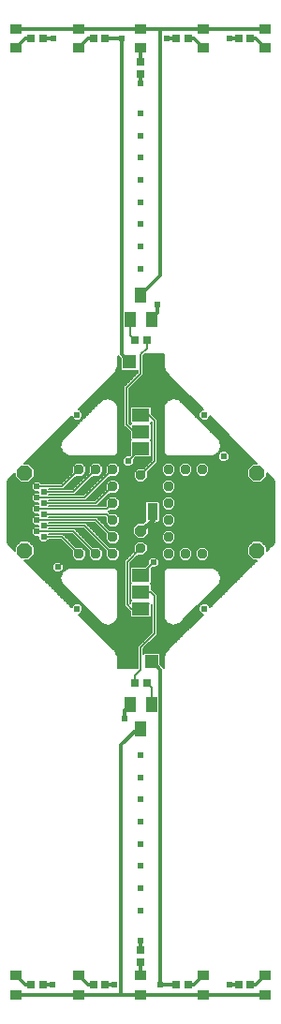
<source format=gtl>
G75*
%MOIN*%
%OFA0B0*%
%FSLAX24Y24*%
%IPPOS*%
%LPD*%
%AMOC8*
5,1,8,0,0,1.08239X$1,22.5*
%
%ADD10R,0.0270X0.0300*%
%ADD11R,0.0420X0.0350*%
%ADD12R,0.0394X0.0551*%
%ADD13R,0.0630X0.0591*%
%ADD14R,0.0472X0.0472*%
%ADD15R,0.0630X0.0460*%
%ADD16OC8,0.0337*%
%ADD17OC8,0.0531*%
%ADD18OC8,0.0416*%
%ADD19R,0.0380X0.0600*%
%ADD20R,0.0300X0.0270*%
%ADD21C,0.0240*%
%ADD22C,0.0120*%
%ADD23C,0.0160*%
%ADD24C,0.0050*%
%ADD25C,0.0100*%
D10*
X001292Y001208D03*
X001712Y001208D03*
X003507Y001208D03*
X003927Y001208D03*
X006459Y001208D03*
X006879Y001208D03*
X008674Y001208D03*
X009094Y001208D03*
X005403Y011936D03*
X004983Y011936D03*
X004983Y024141D03*
X005403Y024141D03*
X006459Y034869D03*
X006879Y034869D03*
X008674Y034869D03*
X009094Y034869D03*
X003927Y034869D03*
X003507Y034869D03*
X001712Y034869D03*
X001292Y034869D03*
D11*
X000764Y000860D03*
X000764Y001540D03*
X002979Y001540D03*
X002979Y000860D03*
X005193Y000860D03*
X005193Y001540D03*
X007408Y001540D03*
X007408Y000860D03*
X009622Y000860D03*
X009622Y001540D03*
X009622Y034537D03*
X009622Y035217D03*
X007408Y035217D03*
X007408Y034537D03*
X005193Y034537D03*
X005193Y035217D03*
X002979Y035217D03*
X002979Y034537D03*
X000764Y034537D03*
X000764Y035217D03*
D12*
X004819Y024889D03*
X005193Y025755D03*
X005567Y024889D03*
X005567Y011188D03*
X005193Y010322D03*
X004819Y011188D03*
D13*
X005193Y013983D03*
X005193Y022094D03*
D14*
X004799Y023373D03*
X005587Y023373D03*
X005587Y012704D03*
X004799Y012704D03*
D15*
X005193Y014584D03*
X005193Y015184D03*
X005193Y015784D03*
X005193Y020293D03*
X005193Y020893D03*
X005193Y021493D03*
D16*
X005193Y019338D03*
X005193Y016738D03*
X004199Y016538D03*
X004199Y017138D03*
X004199Y017738D03*
X004199Y018338D03*
X004199Y018938D03*
X004199Y019538D03*
X003599Y019538D03*
X002999Y019538D03*
X002999Y016538D03*
X003599Y016538D03*
X006187Y016538D03*
X006187Y017138D03*
X006187Y017738D03*
X006187Y018338D03*
X006187Y018938D03*
X006187Y019538D03*
X006787Y019538D03*
X007387Y019538D03*
X007387Y016538D03*
X006787Y016538D03*
D17*
X009327Y016660D03*
X009327Y019416D03*
X001059Y019416D03*
X001059Y016660D03*
D18*
X005193Y017351D03*
X005193Y018726D03*
D19*
X004783Y018038D03*
X005603Y018038D03*
D20*
X005193Y002451D03*
X005193Y002031D03*
X005193Y033626D03*
X005193Y034046D03*
D21*
X005193Y033294D03*
X005193Y032212D03*
X005193Y031424D03*
X005193Y030637D03*
X005193Y029849D03*
X005193Y029062D03*
X005193Y028275D03*
X005193Y027487D03*
X005193Y026700D03*
X005793Y025432D03*
X007457Y021483D03*
X008146Y020007D03*
X008688Y017134D03*
X007457Y014594D03*
X005646Y016237D03*
X004740Y019840D03*
X002929Y021483D03*
X001746Y018738D03*
X001746Y018338D03*
X001745Y017940D03*
X001746Y017538D03*
X001746Y017138D03*
X001496Y017338D03*
X001496Y017738D03*
X001496Y018138D03*
X001496Y018538D03*
X001496Y018938D03*
X002388Y016740D03*
X002240Y016070D03*
X002929Y014594D03*
X004612Y010668D03*
X005193Y009377D03*
X005193Y008590D03*
X005193Y007802D03*
X005193Y007015D03*
X005193Y006227D03*
X005193Y005440D03*
X005193Y004653D03*
X005193Y003865D03*
X005193Y002782D03*
X005882Y001208D03*
X004258Y001208D03*
X002044Y001208D03*
X008343Y001208D03*
X008343Y034869D03*
X006128Y034869D03*
X004504Y034869D03*
X002093Y034869D03*
D22*
X001712Y034869D01*
X001292Y034869D02*
X001096Y034869D01*
X000764Y034537D01*
X000764Y035217D02*
X002979Y035217D01*
X005193Y035217D01*
X005893Y035217D01*
X007408Y035217D01*
X009622Y035217D01*
X009290Y034869D02*
X009622Y034537D01*
X009290Y034869D02*
X009094Y034869D01*
X008674Y034869D02*
X008343Y034869D01*
X007408Y034537D02*
X007076Y034869D01*
X006879Y034869D01*
X006459Y034869D02*
X006128Y034869D01*
X005882Y035206D02*
X005882Y026444D01*
X005193Y025755D01*
X005793Y025115D02*
X005567Y024889D01*
X005793Y025115D02*
X005793Y025432D01*
X004504Y023649D02*
X004799Y023353D01*
X004504Y023649D02*
X004504Y034838D01*
X004504Y034869D02*
X003927Y034869D01*
X003507Y034869D02*
X003311Y034869D01*
X002979Y034537D01*
X005193Y034537D02*
X005193Y034046D01*
X005193Y033626D02*
X005193Y033294D01*
X005606Y012704D02*
X005882Y012428D01*
X005882Y001208D01*
X006459Y001208D01*
X006879Y001208D02*
X007076Y001208D01*
X007408Y001540D01*
X007408Y000860D02*
X009622Y000860D01*
X009290Y001208D02*
X009622Y001540D01*
X009290Y001208D02*
X009094Y001208D01*
X008674Y001208D02*
X008343Y001208D01*
X007408Y000860D02*
X005193Y000860D01*
X004493Y000860D01*
X002979Y000860D01*
X000764Y000860D01*
X001096Y001208D02*
X000764Y001540D01*
X001096Y001208D02*
X001292Y001208D01*
X001712Y001208D02*
X002044Y001208D01*
X002979Y001540D02*
X003311Y001208D01*
X003507Y001208D01*
X003927Y001208D02*
X004258Y001208D01*
X004493Y000860D02*
X004493Y009738D01*
X005077Y010322D01*
X004612Y010981D02*
X004819Y011188D01*
X004612Y010981D02*
X004612Y010668D01*
X005193Y002782D02*
X005193Y002451D01*
X005193Y002031D02*
X005193Y001540D01*
D23*
X005193Y017351D02*
X005603Y017761D01*
X005603Y018038D01*
X005193Y018432D02*
X004799Y018038D01*
X005193Y018432D02*
X005193Y018726D01*
D24*
X005382Y018413D02*
X005338Y018369D01*
X005338Y017715D01*
X005257Y017634D01*
X005076Y017634D01*
X004910Y017468D01*
X004910Y017234D01*
X005076Y017068D01*
X005310Y017068D01*
X005476Y017234D01*
X005476Y017415D01*
X005725Y017663D01*
X005824Y017663D01*
X005868Y017707D01*
X005868Y018369D01*
X005824Y018413D01*
X005382Y018413D01*
X005347Y018378D02*
X004443Y018378D01*
X004443Y018426D02*
X005943Y018426D01*
X005943Y018439D02*
X005943Y018238D01*
X006086Y018095D01*
X006288Y018095D01*
X006430Y018238D01*
X006430Y018439D01*
X006288Y018582D01*
X006086Y018582D01*
X005943Y018439D01*
X005979Y018475D02*
X004407Y018475D01*
X004443Y018439D02*
X004300Y018582D01*
X004099Y018582D01*
X003956Y018439D01*
X003956Y018238D01*
X001922Y018238D01*
X001922Y018238D01*
X003641Y018238D01*
X004098Y018696D01*
X004099Y018695D01*
X004300Y018695D01*
X004443Y018838D01*
X004443Y019039D01*
X004300Y019182D01*
X004099Y019182D01*
X003956Y019039D01*
X003956Y018838D01*
X003957Y018837D01*
X003558Y018438D01*
X001922Y018438D01*
X001922Y018438D01*
X003241Y018438D01*
X004098Y019296D01*
X004099Y019295D01*
X004300Y019295D01*
X004443Y019438D01*
X004443Y019639D01*
X005352Y019639D01*
X005304Y019590D02*
X004443Y019590D01*
X004443Y019542D02*
X005052Y019542D01*
X005092Y019582D02*
X004950Y019439D01*
X004950Y019238D01*
X005092Y019095D01*
X005294Y019095D01*
X005437Y019238D01*
X005437Y019439D01*
X005436Y019440D01*
X005735Y019738D01*
X005793Y019797D01*
X005793Y021330D01*
X005593Y021530D01*
X005583Y021540D01*
X005583Y021754D01*
X005539Y021798D01*
X004847Y021798D01*
X004803Y021754D01*
X004803Y021232D01*
X004842Y021193D01*
X004811Y021162D01*
X004793Y021180D01*
X004793Y022418D01*
X005293Y022918D01*
X005293Y023607D01*
X005334Y023648D01*
X006002Y023647D01*
X006002Y023206D01*
X006089Y022997D01*
X006118Y022969D01*
X006169Y022917D01*
X006220Y022866D01*
X007408Y021678D01*
X007376Y021678D01*
X007262Y021564D01*
X007262Y021402D01*
X007376Y021288D01*
X007538Y021288D01*
X007652Y021402D01*
X007652Y021434D01*
X009329Y019757D01*
X009186Y019757D01*
X008986Y019557D01*
X008986Y019275D01*
X009186Y019076D01*
X009468Y019076D01*
X009668Y019275D01*
X009668Y019419D01*
X009875Y019211D01*
X009903Y019178D01*
X009935Y019099D01*
X009939Y019056D01*
X009939Y017020D01*
X006413Y017020D01*
X006430Y017038D02*
X006288Y016895D01*
X006086Y016895D01*
X005943Y017038D01*
X005943Y017239D01*
X006086Y017382D01*
X006288Y017382D01*
X006430Y017239D01*
X006430Y017038D01*
X006430Y017068D02*
X009939Y017068D01*
X009939Y017020D02*
X009935Y016978D01*
X009903Y016899D01*
X009875Y016866D01*
X009824Y016814D01*
X009668Y016658D01*
X009668Y016802D01*
X009468Y017001D01*
X009186Y017001D01*
X008986Y016802D01*
X008986Y016519D01*
X009186Y016320D01*
X009329Y016320D01*
X007652Y014642D01*
X007652Y014674D01*
X007538Y014789D01*
X007376Y014789D01*
X007262Y014674D01*
X007262Y014513D01*
X007376Y014399D01*
X007408Y014399D01*
X006220Y013211D01*
X006169Y013159D01*
X006089Y013079D01*
X006002Y012870D01*
X006002Y012499D01*
X005938Y012563D01*
X005898Y012603D01*
X005898Y012971D01*
X005854Y013015D01*
X005320Y013015D01*
X005293Y012989D01*
X005293Y013174D01*
X005785Y013666D01*
X005785Y015078D01*
X005727Y015136D01*
X005583Y015280D01*
X005583Y015445D01*
X005544Y015484D01*
X005583Y015523D01*
X005583Y016033D01*
X005592Y016042D01*
X005727Y016042D01*
X005841Y016156D01*
X005841Y016318D01*
X005727Y016432D01*
X005565Y016432D01*
X005451Y016318D01*
X005451Y016183D01*
X005357Y016089D01*
X004847Y016089D01*
X004803Y016045D01*
X004803Y015523D01*
X004842Y015484D01*
X004803Y015445D01*
X004803Y014923D01*
X004842Y014884D01*
X004803Y014845D01*
X004803Y014780D01*
X004801Y014783D01*
X004801Y016205D01*
X005092Y016496D01*
X005092Y016495D01*
X005294Y016495D01*
X005437Y016638D01*
X005437Y016839D01*
X005294Y016982D01*
X005092Y016982D01*
X004950Y016839D01*
X004950Y016638D01*
X004950Y016637D01*
X004660Y016346D01*
X004601Y016288D01*
X004601Y014700D01*
X004749Y014552D01*
X004803Y014498D01*
X004384Y014498D01*
X004384Y014546D02*
X004754Y014546D01*
X004706Y014595D02*
X004384Y014595D01*
X004384Y014643D02*
X004657Y014643D01*
X004609Y014692D02*
X004384Y014692D01*
X004384Y014740D02*
X004601Y014740D01*
X004601Y014789D02*
X004384Y014789D01*
X004384Y014837D02*
X004601Y014837D01*
X004601Y014886D02*
X004384Y014886D01*
X004384Y014934D02*
X004601Y014934D01*
X004601Y014983D02*
X004384Y014983D01*
X004384Y015031D02*
X004601Y015031D01*
X004601Y015080D02*
X004384Y015080D01*
X004384Y015128D02*
X004601Y015128D01*
X004601Y015177D02*
X004384Y015177D01*
X004384Y015225D02*
X004601Y015225D01*
X004601Y015274D02*
X004384Y015274D01*
X004384Y015322D02*
X004601Y015322D01*
X004601Y015371D02*
X004384Y015371D01*
X004384Y015419D02*
X004601Y015419D01*
X004601Y015468D02*
X004384Y015468D01*
X004384Y015516D02*
X004601Y015516D01*
X004601Y015565D02*
X004384Y015565D01*
X004384Y015613D02*
X004601Y015613D01*
X004601Y015662D02*
X004384Y015662D01*
X004384Y015710D02*
X004601Y015710D01*
X004601Y015759D02*
X004384Y015759D01*
X004384Y015807D02*
X004601Y015807D01*
X004601Y015856D02*
X004384Y015856D01*
X004384Y015904D02*
X004601Y015904D01*
X004601Y015953D02*
X004376Y015953D01*
X004384Y015946D02*
X004281Y016048D01*
X002643Y016048D01*
X002603Y016048D01*
X002603Y016048D01*
X002415Y015923D01*
X002415Y015923D01*
X002415Y015923D01*
X002329Y015714D01*
X002373Y015493D01*
X002453Y015413D01*
X002504Y015362D01*
X003698Y014168D01*
X003749Y014117D01*
X003829Y014037D01*
X004050Y013993D01*
X004259Y014079D01*
X004384Y014267D01*
X004384Y015946D01*
X004328Y016001D02*
X004601Y016001D01*
X004601Y016050D02*
X002435Y016050D01*
X002435Y016098D02*
X004601Y016098D01*
X004601Y016147D02*
X002435Y016147D01*
X002435Y016151D02*
X002321Y016265D01*
X002160Y016265D01*
X002045Y016151D01*
X002045Y015989D01*
X002160Y015875D01*
X002321Y015875D01*
X002435Y015989D01*
X002435Y016151D01*
X002391Y016195D02*
X004601Y016195D01*
X004601Y016244D02*
X002342Y016244D01*
X002435Y016001D02*
X002533Y016001D01*
X002460Y015953D02*
X002399Y015953D01*
X002408Y015904D02*
X002351Y015904D01*
X002388Y015856D02*
X001521Y015856D01*
X001569Y015807D02*
X002367Y015807D01*
X002347Y015759D02*
X001618Y015759D01*
X001666Y015710D02*
X002330Y015710D01*
X002329Y015714D02*
X002329Y015714D01*
X002339Y015662D02*
X001715Y015662D01*
X001763Y015613D02*
X002349Y015613D01*
X002359Y015565D02*
X001812Y015565D01*
X001860Y015516D02*
X002368Y015516D01*
X002373Y015493D02*
X002373Y015493D01*
X002398Y015468D02*
X001909Y015468D01*
X001957Y015419D02*
X002447Y015419D01*
X002453Y015413D02*
X002453Y015413D01*
X002495Y015371D02*
X002006Y015371D01*
X002054Y015322D02*
X002544Y015322D01*
X002504Y015362D02*
X002504Y015362D01*
X002592Y015274D02*
X002103Y015274D01*
X002151Y015225D02*
X002641Y015225D01*
X002689Y015177D02*
X002200Y015177D01*
X002248Y015128D02*
X002738Y015128D01*
X002786Y015080D02*
X002297Y015080D01*
X002345Y015031D02*
X002835Y015031D01*
X002883Y014983D02*
X002394Y014983D01*
X002442Y014934D02*
X002932Y014934D01*
X002980Y014886D02*
X002491Y014886D01*
X002539Y014837D02*
X003029Y014837D01*
X003010Y014789D02*
X002849Y014789D01*
X002734Y014674D01*
X002734Y014642D01*
X001057Y016320D01*
X001200Y016320D01*
X001400Y016519D01*
X001400Y016802D01*
X001200Y017001D01*
X000918Y017001D01*
X000719Y016802D01*
X000719Y016658D01*
X000511Y016866D01*
X000484Y016899D01*
X000451Y016978D01*
X000447Y017020D01*
X001589Y017020D01*
X001551Y017058D02*
X001665Y016943D01*
X001827Y016943D01*
X001922Y017038D01*
X002358Y017038D01*
X002757Y016640D01*
X002756Y016639D01*
X002756Y016438D01*
X001319Y016438D01*
X001367Y016486D02*
X002756Y016486D01*
X002756Y016438D02*
X002899Y016295D01*
X003100Y016295D01*
X003243Y016438D01*
X003356Y016438D01*
X003499Y016295D01*
X003700Y016295D01*
X003843Y016438D01*
X003956Y016438D01*
X004099Y016295D01*
X004300Y016295D01*
X004443Y016438D01*
X004751Y016438D01*
X004703Y016389D02*
X004395Y016389D01*
X004443Y016438D02*
X004443Y016639D01*
X004300Y016782D01*
X004099Y016782D01*
X004098Y016781D01*
X003241Y017638D01*
X001922Y017638D01*
X001922Y017638D01*
X003558Y017638D01*
X003957Y017240D01*
X003956Y017239D01*
X003956Y017038D01*
X004099Y016895D01*
X004300Y016895D01*
X004443Y017038D01*
X004443Y017239D01*
X004300Y017382D01*
X004099Y017382D01*
X004098Y017381D01*
X003641Y017838D01*
X001919Y017838D01*
X001920Y017840D01*
X003956Y017840D01*
X003957Y017840D01*
X003956Y017839D01*
X003956Y017638D01*
X004099Y017495D01*
X004300Y017495D01*
X004443Y017638D01*
X004443Y017839D01*
X004300Y017982D01*
X004099Y017982D01*
X004098Y017981D01*
X004041Y018038D01*
X005338Y018038D01*
X005338Y017990D02*
X004089Y017990D01*
X004041Y018038D02*
X004098Y018096D01*
X004099Y018095D01*
X004300Y018095D01*
X004443Y018238D01*
X004443Y018439D01*
X004443Y018329D02*
X005338Y018329D01*
X005338Y018281D02*
X004443Y018281D01*
X004438Y018232D02*
X005338Y018232D01*
X005338Y018184D02*
X004389Y018184D01*
X004341Y018135D02*
X005338Y018135D01*
X005338Y018087D02*
X004089Y018087D01*
X004041Y018038D02*
X004041Y018038D01*
X003998Y017940D02*
X004199Y017738D01*
X004359Y017553D02*
X004996Y017553D01*
X005044Y017602D02*
X004407Y017602D01*
X004443Y017650D02*
X005273Y017650D01*
X005322Y017699D02*
X004443Y017699D01*
X004443Y017747D02*
X005338Y017747D01*
X005338Y017796D02*
X004443Y017796D01*
X004438Y017844D02*
X005338Y017844D01*
X005338Y017893D02*
X004389Y017893D01*
X004341Y017941D02*
X005338Y017941D01*
X005518Y017456D02*
X009939Y017456D01*
X009939Y017408D02*
X005476Y017408D01*
X005476Y017359D02*
X006064Y017359D01*
X006015Y017311D02*
X005476Y017311D01*
X005476Y017262D02*
X005967Y017262D01*
X005943Y017214D02*
X005456Y017214D01*
X005407Y017165D02*
X005943Y017165D01*
X005943Y017117D02*
X005359Y017117D01*
X005310Y017068D02*
X005943Y017068D01*
X005961Y017020D02*
X004425Y017020D01*
X004443Y017068D02*
X005076Y017068D01*
X005027Y017117D02*
X004443Y017117D01*
X004443Y017165D02*
X004979Y017165D01*
X004930Y017214D02*
X004443Y017214D01*
X004420Y017262D02*
X004910Y017262D01*
X004910Y017311D02*
X004371Y017311D01*
X004323Y017359D02*
X004910Y017359D01*
X004910Y017408D02*
X004071Y017408D01*
X004023Y017456D02*
X004910Y017456D01*
X004947Y017505D02*
X004310Y017505D01*
X004199Y017138D02*
X003599Y017738D01*
X001496Y017738D01*
X001375Y017893D02*
X000447Y017893D01*
X000447Y017941D02*
X001550Y017941D01*
X001550Y017943D02*
X001550Y017933D01*
X001415Y017933D01*
X001301Y017819D01*
X001301Y017658D01*
X001415Y017543D01*
X001551Y017543D01*
X001551Y017533D01*
X001415Y017533D01*
X001301Y017419D01*
X001301Y017258D01*
X001415Y017143D01*
X001551Y017143D01*
X001551Y017058D01*
X001551Y017068D02*
X000447Y017068D01*
X000447Y017020D02*
X000447Y019056D01*
X000451Y019099D01*
X000484Y019178D01*
X000511Y019211D01*
X000562Y019262D01*
X000562Y019262D01*
X000719Y019419D01*
X000719Y019275D01*
X000918Y019076D01*
X001200Y019076D01*
X001400Y019275D01*
X001400Y019557D01*
X001200Y019757D01*
X001057Y019757D01*
X002734Y021434D01*
X002734Y021402D01*
X002849Y021288D01*
X003010Y021288D01*
X003124Y021402D01*
X003124Y021564D01*
X003010Y021678D01*
X002978Y021678D01*
X004166Y022866D01*
X004217Y022917D01*
X004297Y022997D01*
X004297Y022997D01*
X004384Y023206D01*
X004384Y023578D01*
X004448Y023514D01*
X004488Y023474D01*
X004488Y023106D01*
X004532Y023062D01*
X005067Y023062D01*
X005093Y023088D01*
X005093Y023001D01*
X004593Y022501D01*
X004593Y021097D01*
X004652Y021038D01*
X004803Y020887D01*
X004803Y020632D01*
X004842Y020593D01*
X004803Y020554D01*
X004803Y020044D01*
X004794Y020035D01*
X004660Y020035D01*
X004545Y019921D01*
X004545Y019759D01*
X004660Y019645D01*
X004821Y019645D01*
X004935Y019759D01*
X004935Y019894D01*
X005030Y019988D01*
X005539Y019988D01*
X005583Y020032D01*
X005583Y020554D01*
X005544Y020593D01*
X005583Y020632D01*
X005583Y021154D01*
X005544Y021193D01*
X005583Y021232D01*
X005583Y021257D01*
X005593Y021247D01*
X005593Y019880D01*
X005295Y019581D01*
X005294Y019582D01*
X005092Y019582D01*
X005004Y019493D02*
X004443Y019493D01*
X004443Y019445D02*
X004955Y019445D01*
X004950Y019396D02*
X004402Y019396D01*
X004353Y019348D02*
X004950Y019348D01*
X004950Y019299D02*
X004305Y019299D01*
X004328Y019154D02*
X005033Y019154D01*
X004985Y019202D02*
X004005Y019202D01*
X003956Y019154D02*
X004071Y019154D01*
X004022Y019105D02*
X003908Y019105D01*
X003859Y019057D02*
X003974Y019057D01*
X003956Y019008D02*
X003811Y019008D01*
X003762Y018960D02*
X003956Y018960D01*
X003956Y018911D02*
X003714Y018911D01*
X003665Y018863D02*
X003956Y018863D01*
X003934Y018814D02*
X003617Y018814D01*
X003568Y018766D02*
X003885Y018766D01*
X003837Y018717D02*
X003520Y018717D01*
X003471Y018669D02*
X003788Y018669D01*
X003740Y018620D02*
X003423Y018620D01*
X003374Y018572D02*
X003691Y018572D01*
X003643Y018523D02*
X003326Y018523D01*
X003277Y018475D02*
X003594Y018475D01*
X003599Y018338D02*
X004199Y018938D01*
X004371Y018766D02*
X006015Y018766D01*
X005967Y018814D02*
X004420Y018814D01*
X004443Y018863D02*
X005943Y018863D01*
X005943Y018838D02*
X006086Y018695D01*
X006288Y018695D01*
X006430Y018838D01*
X006430Y019039D01*
X006288Y019182D01*
X006086Y019182D01*
X005943Y019039D01*
X005943Y018838D01*
X005943Y018911D02*
X004443Y018911D01*
X004443Y018960D02*
X005943Y018960D01*
X005943Y019008D02*
X004443Y019008D01*
X004425Y019057D02*
X005961Y019057D01*
X006010Y019105D02*
X005304Y019105D01*
X005353Y019154D02*
X006058Y019154D01*
X006086Y019295D02*
X005943Y019438D01*
X005943Y019639D01*
X005635Y019639D01*
X005684Y019687D02*
X005992Y019687D01*
X005943Y019639D02*
X006086Y019782D01*
X006288Y019782D01*
X006430Y019639D01*
X006543Y019639D01*
X006543Y019438D01*
X006686Y019295D01*
X006888Y019295D01*
X007030Y019438D01*
X007030Y019639D01*
X007143Y019639D01*
X007143Y019438D01*
X007286Y019295D01*
X007488Y019295D01*
X007630Y019438D01*
X007630Y019639D01*
X009068Y019639D01*
X009116Y019687D02*
X007582Y019687D01*
X007630Y019639D02*
X007488Y019782D01*
X007286Y019782D01*
X007143Y019639D01*
X007143Y019590D02*
X007030Y019590D01*
X007030Y019542D02*
X007143Y019542D01*
X007143Y019493D02*
X007030Y019493D01*
X007030Y019445D02*
X007143Y019445D01*
X007185Y019396D02*
X006989Y019396D01*
X006941Y019348D02*
X007233Y019348D01*
X007282Y019299D02*
X006892Y019299D01*
X007030Y019639D02*
X006888Y019782D01*
X006686Y019782D01*
X006543Y019639D01*
X006543Y019590D02*
X006430Y019590D01*
X006430Y019542D02*
X006543Y019542D01*
X006543Y019493D02*
X006430Y019493D01*
X006430Y019445D02*
X006543Y019445D01*
X006585Y019396D02*
X006389Y019396D01*
X006430Y019438D02*
X006430Y019639D01*
X006382Y019687D02*
X006592Y019687D01*
X006640Y019736D02*
X006334Y019736D01*
X006250Y020029D02*
X007598Y020029D01*
X007783Y020029D01*
X007971Y020154D01*
X007971Y020154D01*
X007971Y020154D01*
X008057Y020363D01*
X008013Y020584D01*
X007985Y020612D01*
X007985Y020612D01*
X006688Y021909D01*
X006678Y021919D01*
X006586Y022011D01*
X006557Y022040D01*
X006336Y022084D01*
X006128Y021997D01*
X006002Y021810D01*
X006002Y020131D01*
X006105Y020029D01*
X006250Y020029D01*
X006058Y020075D02*
X005793Y020075D01*
X005793Y020027D02*
X007951Y020027D01*
X007951Y020075D02*
X007853Y020075D01*
X007926Y020124D02*
X007987Y020124D01*
X007979Y020172D02*
X008036Y020172D01*
X008065Y020202D02*
X007951Y020088D01*
X007951Y019926D01*
X008065Y019812D01*
X008227Y019812D01*
X008341Y019926D01*
X008341Y020088D01*
X008227Y020202D01*
X008065Y020202D01*
X007999Y020221D02*
X008865Y020221D01*
X008817Y020269D02*
X008019Y020269D01*
X008039Y020318D02*
X008768Y020318D01*
X008720Y020366D02*
X008057Y020366D01*
X008057Y020363D02*
X008057Y020363D01*
X008047Y020415D02*
X008671Y020415D01*
X008623Y020463D02*
X008037Y020463D01*
X008028Y020512D02*
X008574Y020512D01*
X008526Y020560D02*
X008018Y020560D01*
X008013Y020584D02*
X008013Y020584D01*
X007988Y020609D02*
X008477Y020609D01*
X008429Y020657D02*
X007940Y020657D01*
X007891Y020706D02*
X008380Y020706D01*
X008332Y020754D02*
X007843Y020754D01*
X007794Y020803D02*
X008283Y020803D01*
X008235Y020851D02*
X007746Y020851D01*
X007697Y020900D02*
X008186Y020900D01*
X008138Y020948D02*
X007649Y020948D01*
X007600Y020997D02*
X008089Y020997D01*
X008041Y021045D02*
X007552Y021045D01*
X007503Y021094D02*
X007992Y021094D01*
X007944Y021142D02*
X007455Y021142D01*
X007406Y021191D02*
X007895Y021191D01*
X007847Y021239D02*
X007358Y021239D01*
X007309Y021288D02*
X007798Y021288D01*
X007750Y021336D02*
X007586Y021336D01*
X007634Y021385D02*
X007701Y021385D01*
X007653Y021433D02*
X007652Y021433D01*
X007374Y021676D02*
X006921Y021676D01*
X006873Y021724D02*
X007362Y021724D01*
X007313Y021773D02*
X006824Y021773D01*
X006776Y021821D02*
X007265Y021821D01*
X007216Y021870D02*
X006727Y021870D01*
X006679Y021918D02*
X007168Y021918D01*
X007119Y021967D02*
X006630Y021967D01*
X006582Y022015D02*
X007071Y022015D01*
X007022Y022064D02*
X006436Y022064D01*
X006336Y022084D02*
X006336Y022084D01*
X006288Y022064D02*
X004793Y022064D01*
X004793Y022112D02*
X006974Y022112D01*
X006925Y022161D02*
X004793Y022161D01*
X004793Y022209D02*
X006877Y022209D01*
X006828Y022258D02*
X004793Y022258D01*
X004793Y022306D02*
X006780Y022306D01*
X006731Y022355D02*
X004793Y022355D01*
X004793Y022403D02*
X006683Y022403D01*
X006634Y022452D02*
X004827Y022452D01*
X004875Y022500D02*
X006586Y022500D01*
X006537Y022549D02*
X004924Y022549D01*
X004972Y022597D02*
X006489Y022597D01*
X006440Y022646D02*
X005021Y022646D01*
X005069Y022694D02*
X006392Y022694D01*
X006343Y022743D02*
X005118Y022743D01*
X005166Y022791D02*
X006295Y022791D01*
X006246Y022840D02*
X005215Y022840D01*
X005263Y022888D02*
X006198Y022888D01*
X006149Y022937D02*
X005293Y022937D01*
X005293Y022985D02*
X006101Y022985D01*
X006089Y022997D02*
X006089Y022997D01*
X006074Y023034D02*
X005293Y023034D01*
X005293Y023082D02*
X006054Y023082D01*
X006034Y023131D02*
X005293Y023131D01*
X005293Y023179D02*
X006014Y023179D01*
X006002Y023228D02*
X005293Y023228D01*
X005293Y023276D02*
X006002Y023276D01*
X006002Y023325D02*
X005293Y023325D01*
X005293Y023373D02*
X006002Y023373D01*
X006002Y023422D02*
X005293Y023422D01*
X005293Y023470D02*
X006002Y023470D01*
X006002Y023519D02*
X005293Y023519D01*
X005293Y023567D02*
X006002Y023567D01*
X006002Y023616D02*
X005302Y023616D01*
X005193Y023649D02*
X005403Y023859D01*
X005403Y024141D01*
X005193Y023649D02*
X005193Y022960D01*
X004693Y022460D01*
X004693Y021138D01*
X004939Y020893D01*
X005193Y020893D01*
X005193Y020293D02*
X004740Y019840D01*
X004617Y019687D02*
X004395Y019687D01*
X004443Y019639D02*
X004300Y019782D01*
X004099Y019782D01*
X003956Y019639D01*
X003843Y019639D01*
X003700Y019782D01*
X003499Y019782D01*
X003356Y019639D01*
X003243Y019639D01*
X003100Y019782D01*
X002899Y019782D01*
X002756Y019639D01*
X001319Y019639D01*
X001367Y019590D02*
X002756Y019590D01*
X002756Y019542D02*
X001400Y019542D01*
X001400Y019493D02*
X002756Y019493D01*
X002756Y019445D02*
X001400Y019445D01*
X001400Y019396D02*
X002716Y019396D01*
X002757Y019437D02*
X002358Y019038D01*
X001672Y019038D01*
X001577Y019133D01*
X001415Y019133D01*
X001301Y019019D01*
X001301Y018858D01*
X001415Y018743D01*
X001551Y018743D01*
X001551Y018733D01*
X001415Y018733D01*
X001301Y018619D01*
X001301Y018458D01*
X001415Y018343D01*
X001551Y018343D01*
X001551Y018333D01*
X001415Y018333D01*
X001301Y018219D01*
X001301Y018058D01*
X001415Y017943D01*
X001550Y017943D01*
X001369Y017990D02*
X000447Y017990D01*
X000447Y018038D02*
X001320Y018038D01*
X001301Y018087D02*
X000447Y018087D01*
X000447Y018135D02*
X001301Y018135D01*
X001301Y018184D02*
X000447Y018184D01*
X000447Y018232D02*
X001314Y018232D01*
X001363Y018281D02*
X000447Y018281D01*
X000447Y018329D02*
X001411Y018329D01*
X001381Y018378D02*
X000447Y018378D01*
X000447Y018426D02*
X001332Y018426D01*
X001301Y018475D02*
X000447Y018475D01*
X000447Y018523D02*
X001301Y018523D01*
X001301Y018572D02*
X000447Y018572D01*
X000447Y018620D02*
X001302Y018620D01*
X001351Y018669D02*
X000447Y018669D01*
X000447Y018717D02*
X001399Y018717D01*
X001393Y018766D02*
X000447Y018766D01*
X000447Y018814D02*
X001344Y018814D01*
X001301Y018863D02*
X000447Y018863D01*
X000447Y018911D02*
X001301Y018911D01*
X001301Y018960D02*
X000447Y018960D01*
X000447Y019008D02*
X001301Y019008D01*
X001339Y019057D02*
X000447Y019057D01*
X000454Y019105D02*
X000888Y019105D01*
X000840Y019154D02*
X000474Y019154D01*
X000504Y019202D02*
X000791Y019202D01*
X000743Y019251D02*
X000551Y019251D01*
X000599Y019299D02*
X000719Y019299D01*
X000719Y019348D02*
X000648Y019348D01*
X000696Y019396D02*
X000719Y019396D01*
X001084Y019784D02*
X004545Y019784D01*
X004545Y019833D02*
X001133Y019833D01*
X001181Y019881D02*
X004545Y019881D01*
X004555Y019930D02*
X001230Y019930D01*
X001278Y019978D02*
X004603Y019978D01*
X004652Y020027D02*
X001327Y020027D01*
X001375Y020075D02*
X002533Y020075D01*
X002603Y020029D02*
X004281Y020029D01*
X004384Y020131D01*
X004384Y021769D01*
X004384Y021810D01*
X004259Y021997D01*
X004259Y021997D01*
X004050Y022084D01*
X003829Y022040D01*
X003829Y022040D01*
X003749Y021960D01*
X003698Y021909D01*
X003698Y021909D01*
X002401Y020612D01*
X002373Y020584D01*
X002373Y020584D01*
X002373Y020584D01*
X002329Y020363D01*
X002329Y020363D01*
X002415Y020154D01*
X002603Y020029D01*
X002460Y020124D02*
X001424Y020124D01*
X001472Y020172D02*
X002408Y020172D01*
X002415Y020154D02*
X002415Y020154D01*
X002388Y020221D02*
X001521Y020221D01*
X001569Y020269D02*
X002367Y020269D01*
X002347Y020318D02*
X001618Y020318D01*
X001666Y020366D02*
X002330Y020366D01*
X002339Y020415D02*
X001715Y020415D01*
X001763Y020463D02*
X002349Y020463D01*
X002359Y020512D02*
X001812Y020512D01*
X001860Y020560D02*
X002368Y020560D01*
X002398Y020609D02*
X001909Y020609D01*
X001957Y020657D02*
X002447Y020657D01*
X002401Y020612D02*
X002401Y020612D01*
X002495Y020706D02*
X002006Y020706D01*
X002054Y020754D02*
X002544Y020754D01*
X002592Y020803D02*
X002103Y020803D01*
X002151Y020851D02*
X002641Y020851D01*
X002689Y020900D02*
X002200Y020900D01*
X002248Y020948D02*
X002738Y020948D01*
X002786Y020997D02*
X002297Y020997D01*
X002345Y021045D02*
X002835Y021045D01*
X002883Y021094D02*
X002394Y021094D01*
X002442Y021142D02*
X002932Y021142D01*
X002980Y021191D02*
X002491Y021191D01*
X002539Y021239D02*
X003029Y021239D01*
X003077Y021288D02*
X002588Y021288D01*
X002636Y021336D02*
X002800Y021336D01*
X002752Y021385D02*
X002685Y021385D01*
X002733Y021433D02*
X002734Y021433D01*
X003012Y021676D02*
X003465Y021676D01*
X003514Y021724D02*
X003024Y021724D01*
X003073Y021773D02*
X003562Y021773D01*
X003611Y021821D02*
X003121Y021821D01*
X003170Y021870D02*
X003659Y021870D01*
X003708Y021918D02*
X003218Y021918D01*
X003267Y021967D02*
X003756Y021967D01*
X003749Y021960D02*
X003749Y021960D01*
X003805Y022015D02*
X003315Y022015D01*
X003364Y022064D02*
X003951Y022064D01*
X004050Y022084D02*
X004050Y022084D01*
X004098Y022064D02*
X004593Y022064D01*
X004593Y022112D02*
X003412Y022112D01*
X003461Y022161D02*
X004593Y022161D01*
X004593Y022209D02*
X003509Y022209D01*
X003558Y022258D02*
X004593Y022258D01*
X004593Y022306D02*
X003606Y022306D01*
X003655Y022355D02*
X004593Y022355D01*
X004593Y022403D02*
X003703Y022403D01*
X003752Y022452D02*
X004593Y022452D01*
X004593Y022500D02*
X003800Y022500D01*
X003849Y022549D02*
X004641Y022549D01*
X004689Y022597D02*
X003897Y022597D01*
X003946Y022646D02*
X004738Y022646D01*
X004786Y022694D02*
X003994Y022694D01*
X004043Y022743D02*
X004835Y022743D01*
X004883Y022791D02*
X004091Y022791D01*
X004140Y022840D02*
X004932Y022840D01*
X004980Y022888D02*
X004188Y022888D01*
X004166Y022866D02*
X004166Y022866D01*
X004237Y022937D02*
X005029Y022937D01*
X005077Y022985D02*
X004285Y022985D01*
X004312Y023034D02*
X005093Y023034D01*
X005087Y023082D02*
X005093Y023082D01*
X004983Y024141D02*
X004819Y024305D01*
X004819Y024889D01*
X004443Y023519D02*
X004384Y023519D01*
X004384Y023567D02*
X004394Y023567D01*
X004384Y023470D02*
X004488Y023470D01*
X004488Y023422D02*
X004384Y023422D01*
X004384Y023373D02*
X004488Y023373D01*
X004488Y023325D02*
X004384Y023325D01*
X004384Y023276D02*
X004488Y023276D01*
X004488Y023228D02*
X004384Y023228D01*
X004373Y023179D02*
X004488Y023179D01*
X004488Y023131D02*
X004353Y023131D01*
X004332Y023082D02*
X004512Y023082D01*
X004593Y022015D02*
X004215Y022015D01*
X004259Y021997D02*
X004259Y021997D01*
X004279Y021967D02*
X004593Y021967D01*
X004593Y021918D02*
X004311Y021918D01*
X004344Y021870D02*
X004593Y021870D01*
X004593Y021821D02*
X004376Y021821D01*
X004384Y021810D02*
X004384Y021810D01*
X004384Y021773D02*
X004593Y021773D01*
X004593Y021724D02*
X004384Y021724D01*
X004384Y021676D02*
X004593Y021676D01*
X004593Y021627D02*
X004384Y021627D01*
X004384Y021579D02*
X004593Y021579D01*
X004593Y021530D02*
X004384Y021530D01*
X004384Y021482D02*
X004593Y021482D01*
X004593Y021433D02*
X004384Y021433D01*
X004384Y021385D02*
X004593Y021385D01*
X004593Y021336D02*
X004384Y021336D01*
X004384Y021288D02*
X004593Y021288D01*
X004593Y021239D02*
X004384Y021239D01*
X004384Y021191D02*
X004593Y021191D01*
X004593Y021142D02*
X004384Y021142D01*
X004384Y021094D02*
X004596Y021094D01*
X004645Y021045D02*
X004384Y021045D01*
X004384Y020997D02*
X004693Y020997D01*
X004742Y020948D02*
X004384Y020948D01*
X004384Y020900D02*
X004790Y020900D01*
X004803Y020851D02*
X004384Y020851D01*
X004384Y020803D02*
X004803Y020803D01*
X004803Y020754D02*
X004384Y020754D01*
X004384Y020706D02*
X004803Y020706D01*
X004803Y020657D02*
X004384Y020657D01*
X004384Y020609D02*
X004826Y020609D01*
X004810Y020560D02*
X004384Y020560D01*
X004384Y020512D02*
X004803Y020512D01*
X004803Y020463D02*
X004384Y020463D01*
X004384Y020415D02*
X004803Y020415D01*
X004803Y020366D02*
X004384Y020366D01*
X004384Y020318D02*
X004803Y020318D01*
X004803Y020269D02*
X004384Y020269D01*
X004384Y020221D02*
X004803Y020221D01*
X004803Y020172D02*
X004384Y020172D01*
X004377Y020124D02*
X004803Y020124D01*
X004803Y020075D02*
X004328Y020075D01*
X004346Y019736D02*
X004569Y019736D01*
X004377Y019105D02*
X005082Y019105D01*
X004950Y019251D02*
X004053Y019251D01*
X003916Y019396D02*
X003802Y019396D01*
X003843Y019438D02*
X003843Y019639D01*
X003843Y019590D02*
X003956Y019590D01*
X003956Y019542D02*
X003843Y019542D01*
X003843Y019493D02*
X003956Y019493D01*
X003956Y019445D02*
X003843Y019445D01*
X003843Y019438D02*
X003700Y019295D01*
X003499Y019295D01*
X003498Y019296D01*
X002841Y018638D01*
X001922Y018638D01*
X001922Y018638D01*
X003158Y018638D01*
X003957Y019437D01*
X003956Y019438D01*
X003956Y019639D01*
X004004Y019687D02*
X003795Y019687D01*
X003746Y019736D02*
X004053Y019736D01*
X004199Y019538D02*
X003199Y018538D01*
X001496Y018538D01*
X001496Y018138D02*
X003999Y018138D01*
X004199Y018338D01*
X004359Y018523D02*
X006028Y018523D01*
X006076Y018572D02*
X004310Y018572D01*
X004323Y018717D02*
X006064Y018717D01*
X005943Y018378D02*
X005860Y018378D01*
X005868Y018329D02*
X005943Y018329D01*
X005943Y018281D02*
X005868Y018281D01*
X005868Y018232D02*
X005949Y018232D01*
X005997Y018184D02*
X005868Y018184D01*
X005868Y018135D02*
X006046Y018135D01*
X006086Y017982D02*
X005943Y017839D01*
X005943Y017638D01*
X006086Y017495D01*
X006288Y017495D01*
X006430Y017638D01*
X006430Y017839D01*
X006288Y017982D01*
X006086Y017982D01*
X006046Y017941D02*
X005868Y017941D01*
X005868Y017893D02*
X005997Y017893D01*
X005949Y017844D02*
X005868Y017844D01*
X005868Y017796D02*
X005943Y017796D01*
X005943Y017747D02*
X005868Y017747D01*
X005860Y017699D02*
X005943Y017699D01*
X005943Y017650D02*
X005712Y017650D01*
X005663Y017602D02*
X005979Y017602D01*
X006028Y017553D02*
X005615Y017553D01*
X005566Y017505D02*
X006076Y017505D01*
X006010Y016971D02*
X005304Y016971D01*
X005353Y016923D02*
X006058Y016923D01*
X006086Y016782D02*
X005943Y016639D01*
X005943Y016438D01*
X005034Y016438D01*
X005083Y016486D02*
X005943Y016486D01*
X005943Y016438D02*
X006086Y016295D01*
X006288Y016295D01*
X006430Y016438D01*
X006543Y016438D01*
X006686Y016295D01*
X006888Y016295D01*
X007030Y016438D01*
X007143Y016438D01*
X007286Y016295D01*
X007488Y016295D01*
X007630Y016438D01*
X009068Y016438D01*
X009116Y016389D02*
X007582Y016389D01*
X007534Y016341D02*
X009165Y016341D01*
X009253Y016244D02*
X005841Y016244D01*
X005841Y016292D02*
X009302Y016292D01*
X009205Y016195D02*
X005841Y016195D01*
X005832Y016147D02*
X009156Y016147D01*
X009108Y016098D02*
X005783Y016098D01*
X005735Y016050D02*
X009059Y016050D01*
X009011Y016001D02*
X007853Y016001D01*
X007783Y016048D02*
X006105Y016048D01*
X006002Y015946D01*
X006002Y014307D01*
X006002Y014267D01*
X006128Y014079D01*
X006336Y013993D01*
X006336Y013993D01*
X006557Y014037D01*
X006557Y014037D01*
X006586Y014066D01*
X006637Y014117D01*
X006688Y014168D01*
X007985Y015464D01*
X007985Y015465D01*
X008013Y015493D01*
X008057Y015714D01*
X007971Y015923D01*
X007783Y016048D01*
X007926Y015953D02*
X008962Y015953D01*
X008914Y015904D02*
X007979Y015904D01*
X007971Y015923D02*
X007971Y015923D01*
X007971Y015923D01*
X007999Y015856D02*
X008865Y015856D01*
X008817Y015807D02*
X008019Y015807D01*
X008039Y015759D02*
X008768Y015759D01*
X008720Y015710D02*
X008057Y015710D01*
X008057Y015714D02*
X008057Y015714D01*
X008047Y015662D02*
X008671Y015662D01*
X008623Y015613D02*
X008037Y015613D01*
X008028Y015565D02*
X008574Y015565D01*
X008526Y015516D02*
X008018Y015516D01*
X008013Y015493D02*
X008013Y015493D01*
X007988Y015468D02*
X008477Y015468D01*
X008429Y015419D02*
X007940Y015419D01*
X007891Y015371D02*
X008380Y015371D01*
X008332Y015322D02*
X007843Y015322D01*
X007794Y015274D02*
X008283Y015274D01*
X008235Y015225D02*
X007746Y015225D01*
X007697Y015177D02*
X008186Y015177D01*
X008138Y015128D02*
X007649Y015128D01*
X007600Y015080D02*
X008089Y015080D01*
X008041Y015031D02*
X007552Y015031D01*
X007503Y014983D02*
X007992Y014983D01*
X007944Y014934D02*
X007455Y014934D01*
X007406Y014886D02*
X007895Y014886D01*
X007847Y014837D02*
X007358Y014837D01*
X007309Y014789D02*
X007798Y014789D01*
X007750Y014740D02*
X007586Y014740D01*
X007634Y014692D02*
X007701Y014692D01*
X007653Y014643D02*
X007652Y014643D01*
X007374Y014401D02*
X006921Y014401D01*
X006873Y014352D02*
X007362Y014352D01*
X007313Y014304D02*
X006824Y014304D01*
X006776Y014255D02*
X007265Y014255D01*
X007216Y014207D02*
X006727Y014207D01*
X006679Y014158D02*
X007168Y014158D01*
X007119Y014110D02*
X006630Y014110D01*
X006582Y014061D02*
X007071Y014061D01*
X007022Y014013D02*
X006436Y014013D01*
X006586Y013576D02*
X005695Y013576D01*
X005647Y013528D02*
X006537Y013528D01*
X006489Y013479D02*
X005598Y013479D01*
X005550Y013431D02*
X006440Y013431D01*
X006392Y013382D02*
X005501Y013382D01*
X005453Y013334D02*
X006343Y013334D01*
X006295Y013285D02*
X005404Y013285D01*
X005356Y013237D02*
X006246Y013237D01*
X006220Y013211D02*
X006220Y013211D01*
X006198Y013188D02*
X005307Y013188D01*
X005293Y013140D02*
X006149Y013140D01*
X006101Y013091D02*
X005293Y013091D01*
X005293Y013043D02*
X006074Y013043D01*
X006089Y013079D02*
X006089Y013079D01*
X006054Y012994D02*
X005875Y012994D01*
X005898Y012946D02*
X006034Y012946D01*
X006014Y012897D02*
X005898Y012897D01*
X005898Y012849D02*
X006002Y012849D01*
X006002Y012800D02*
X005898Y012800D01*
X005898Y012752D02*
X006002Y012752D01*
X006002Y012703D02*
X005898Y012703D01*
X005898Y012655D02*
X006002Y012655D01*
X006002Y012606D02*
X005898Y012606D01*
X005943Y012558D02*
X006002Y012558D01*
X006002Y012509D02*
X005992Y012509D01*
X005193Y013216D02*
X005685Y013708D01*
X005685Y015036D01*
X005538Y015184D01*
X005193Y015184D01*
X005193Y015784D02*
X005646Y016237D01*
X005523Y016389D02*
X004986Y016389D01*
X004937Y016341D02*
X005474Y016341D01*
X005451Y016292D02*
X004889Y016292D01*
X004840Y016244D02*
X005451Y016244D01*
X005451Y016195D02*
X004801Y016195D01*
X004801Y016147D02*
X005415Y016147D01*
X005366Y016098D02*
X004801Y016098D01*
X004801Y016050D02*
X004808Y016050D01*
X004801Y016001D02*
X004803Y016001D01*
X004801Y015953D02*
X004803Y015953D01*
X004801Y015904D02*
X004803Y015904D01*
X004801Y015856D02*
X004803Y015856D01*
X004801Y015807D02*
X004803Y015807D01*
X004801Y015759D02*
X004803Y015759D01*
X004801Y015710D02*
X004803Y015710D01*
X004801Y015662D02*
X004803Y015662D01*
X004801Y015613D02*
X004803Y015613D01*
X004801Y015565D02*
X004803Y015565D01*
X004801Y015516D02*
X004810Y015516D01*
X004801Y015468D02*
X004826Y015468D01*
X004803Y015419D02*
X004801Y015419D01*
X004801Y015371D02*
X004803Y015371D01*
X004801Y015322D02*
X004803Y015322D01*
X004801Y015274D02*
X004803Y015274D01*
X004801Y015225D02*
X004803Y015225D01*
X004801Y015177D02*
X004803Y015177D01*
X004801Y015128D02*
X004803Y015128D01*
X004801Y015080D02*
X004803Y015080D01*
X004801Y015031D02*
X004803Y015031D01*
X004801Y014983D02*
X004803Y014983D01*
X004801Y014934D02*
X004803Y014934D01*
X004801Y014886D02*
X004840Y014886D01*
X004803Y014837D02*
X004801Y014837D01*
X004801Y014789D02*
X004803Y014789D01*
X004701Y014741D02*
X004849Y014594D01*
X005184Y014594D01*
X005193Y014584D01*
X005492Y014790D01*
X005193Y014790D01*
X004803Y014323D02*
X004847Y014279D01*
X005539Y014279D01*
X005583Y014323D01*
X005583Y014731D01*
X005583Y014732D01*
X005585Y014742D01*
X005585Y013749D01*
X005093Y013257D01*
X005093Y012473D01*
X004384Y012473D01*
X004384Y012870D01*
X004297Y013079D01*
X004297Y013079D01*
X004269Y013108D01*
X004217Y013159D01*
X004166Y013211D01*
X002978Y014399D01*
X003010Y014399D01*
X003124Y014513D01*
X003124Y014674D01*
X003010Y014789D01*
X003077Y014789D02*
X002588Y014789D01*
X002636Y014740D02*
X002800Y014740D01*
X002752Y014692D02*
X002685Y014692D01*
X002733Y014643D02*
X002734Y014643D01*
X003012Y014401D02*
X003465Y014401D01*
X003417Y014449D02*
X003061Y014449D01*
X003109Y014498D02*
X003368Y014498D01*
X003320Y014546D02*
X003124Y014546D01*
X003124Y014595D02*
X003271Y014595D01*
X003223Y014643D02*
X003124Y014643D01*
X003107Y014692D02*
X003174Y014692D01*
X003126Y014740D02*
X003058Y014740D01*
X003024Y014352D02*
X003514Y014352D01*
X003562Y014304D02*
X003073Y014304D01*
X003121Y014255D02*
X003611Y014255D01*
X003659Y014207D02*
X003170Y014207D01*
X003218Y014158D02*
X003708Y014158D01*
X003698Y014168D02*
X003698Y014168D01*
X003756Y014110D02*
X003267Y014110D01*
X003315Y014061D02*
X003805Y014061D01*
X003951Y014013D02*
X003364Y014013D01*
X003412Y013964D02*
X005585Y013964D01*
X005585Y013916D02*
X003461Y013916D01*
X003509Y013867D02*
X005585Y013867D01*
X005585Y013819D02*
X003558Y013819D01*
X003606Y013770D02*
X005585Y013770D01*
X005558Y013722D02*
X003655Y013722D01*
X003703Y013673D02*
X005510Y013673D01*
X005461Y013625D02*
X003752Y013625D01*
X003800Y013576D02*
X005413Y013576D01*
X005364Y013528D02*
X003849Y013528D01*
X003897Y013479D02*
X005316Y013479D01*
X005267Y013431D02*
X003946Y013431D01*
X003994Y013382D02*
X005219Y013382D01*
X005170Y013334D02*
X004043Y013334D01*
X004091Y013285D02*
X005121Y013285D01*
X005093Y013237D02*
X004140Y013237D01*
X004188Y013188D02*
X005093Y013188D01*
X005093Y013140D02*
X004237Y013140D01*
X004285Y013091D02*
X005093Y013091D01*
X005093Y013043D02*
X004312Y013043D01*
X004332Y012994D02*
X005093Y012994D01*
X005093Y012946D02*
X004353Y012946D01*
X004373Y012897D02*
X005093Y012897D01*
X005093Y012849D02*
X004384Y012849D01*
X004384Y012800D02*
X005093Y012800D01*
X005093Y012752D02*
X004384Y012752D01*
X004384Y012703D02*
X005093Y012703D01*
X005093Y012655D02*
X004384Y012655D01*
X004384Y012606D02*
X005093Y012606D01*
X005093Y012558D02*
X004384Y012558D01*
X004384Y012509D02*
X005093Y012509D01*
X005193Y012428D02*
X004983Y012218D01*
X004983Y011936D01*
X005193Y012428D02*
X005193Y013216D01*
X005293Y012994D02*
X005299Y012994D01*
X005585Y014013D02*
X004098Y014013D01*
X004215Y014061D02*
X005585Y014061D01*
X005585Y014110D02*
X004279Y014110D01*
X004259Y014079D02*
X004259Y014079D01*
X004311Y014158D02*
X005585Y014158D01*
X005585Y014207D02*
X004344Y014207D01*
X004376Y014255D02*
X005585Y014255D01*
X005585Y014304D02*
X005564Y014304D01*
X005583Y014352D02*
X005585Y014352D01*
X005583Y014401D02*
X005585Y014401D01*
X005583Y014449D02*
X005585Y014449D01*
X005583Y014498D02*
X005585Y014498D01*
X005583Y014546D02*
X005585Y014546D01*
X005583Y014595D02*
X005585Y014595D01*
X005583Y014643D02*
X005585Y014643D01*
X005583Y014692D02*
X005585Y014692D01*
X005585Y014740D02*
X005585Y014740D01*
X005585Y014742D02*
X005585Y014742D01*
X005735Y015128D02*
X006002Y015128D01*
X006002Y015080D02*
X005783Y015080D01*
X005785Y015031D02*
X006002Y015031D01*
X006002Y014983D02*
X005785Y014983D01*
X005785Y014934D02*
X006002Y014934D01*
X006002Y014886D02*
X005785Y014886D01*
X005785Y014837D02*
X006002Y014837D01*
X006002Y014789D02*
X005785Y014789D01*
X005785Y014740D02*
X006002Y014740D01*
X006002Y014692D02*
X005785Y014692D01*
X005785Y014643D02*
X006002Y014643D01*
X006002Y014595D02*
X005785Y014595D01*
X005785Y014546D02*
X006002Y014546D01*
X006002Y014498D02*
X005785Y014498D01*
X005785Y014449D02*
X006002Y014449D01*
X006002Y014401D02*
X005785Y014401D01*
X005785Y014352D02*
X006002Y014352D01*
X006002Y014304D02*
X005785Y014304D01*
X005785Y014255D02*
X006010Y014255D01*
X006002Y014267D02*
X006002Y014267D01*
X006043Y014207D02*
X005785Y014207D01*
X005785Y014158D02*
X006075Y014158D01*
X006107Y014110D02*
X005785Y014110D01*
X005785Y014061D02*
X006171Y014061D01*
X006128Y014079D02*
X006128Y014079D01*
X006128Y014079D01*
X006288Y014013D02*
X005785Y014013D01*
X005785Y013964D02*
X006974Y013964D01*
X006925Y013916D02*
X005785Y013916D01*
X005785Y013867D02*
X006877Y013867D01*
X006828Y013819D02*
X005785Y013819D01*
X005785Y013770D02*
X006780Y013770D01*
X006731Y013722D02*
X005785Y013722D01*
X005785Y013673D02*
X006683Y013673D01*
X006634Y013625D02*
X005744Y013625D01*
X005403Y011936D02*
X005567Y011772D01*
X005567Y011188D01*
X004822Y014304D02*
X004384Y014304D01*
X004384Y014352D02*
X004803Y014352D01*
X004803Y014323D02*
X004803Y014498D01*
X004803Y014449D02*
X004384Y014449D01*
X004384Y014401D02*
X004803Y014401D01*
X004701Y014741D02*
X004701Y016246D01*
X005193Y016738D01*
X005334Y016535D02*
X005943Y016535D01*
X005943Y016583D02*
X005382Y016583D01*
X005431Y016632D02*
X005943Y016632D01*
X005985Y016680D02*
X005437Y016680D01*
X005437Y016729D02*
X006033Y016729D01*
X006082Y016777D02*
X005437Y016777D01*
X005437Y016826D02*
X009011Y016826D01*
X008986Y016777D02*
X007492Y016777D01*
X007488Y016782D02*
X007286Y016782D01*
X007143Y016639D01*
X007143Y016438D01*
X007143Y016486D02*
X007030Y016486D01*
X007030Y016438D02*
X007030Y016639D01*
X006888Y016782D01*
X006686Y016782D01*
X006543Y016639D01*
X006543Y016438D01*
X006543Y016486D02*
X006430Y016486D01*
X006430Y016438D02*
X006430Y016639D01*
X006288Y016782D01*
X006086Y016782D01*
X005992Y016389D02*
X005769Y016389D01*
X005818Y016341D02*
X006040Y016341D01*
X006058Y016001D02*
X005583Y016001D01*
X005583Y015953D02*
X006010Y015953D01*
X006002Y015904D02*
X005583Y015904D01*
X005583Y015856D02*
X006002Y015856D01*
X006002Y015807D02*
X005583Y015807D01*
X005583Y015759D02*
X006002Y015759D01*
X006002Y015710D02*
X005583Y015710D01*
X005583Y015662D02*
X006002Y015662D01*
X006002Y015613D02*
X005583Y015613D01*
X005583Y015565D02*
X006002Y015565D01*
X006002Y015516D02*
X005576Y015516D01*
X005560Y015468D02*
X006002Y015468D01*
X006002Y015419D02*
X005583Y015419D01*
X005583Y015371D02*
X006002Y015371D01*
X006002Y015322D02*
X005583Y015322D01*
X005589Y015274D02*
X006002Y015274D01*
X006002Y015225D02*
X005638Y015225D01*
X005686Y015177D02*
X006002Y015177D01*
X006334Y016341D02*
X006640Y016341D01*
X006592Y016389D02*
X006382Y016389D01*
X006430Y016535D02*
X006543Y016535D01*
X006543Y016583D02*
X006430Y016583D01*
X006430Y016632D02*
X006543Y016632D01*
X006585Y016680D02*
X006389Y016680D01*
X006341Y016729D02*
X006633Y016729D01*
X006682Y016777D02*
X006292Y016777D01*
X006316Y016923D02*
X009108Y016923D01*
X009156Y016971D02*
X006364Y016971D01*
X006430Y017117D02*
X009939Y017117D01*
X009939Y017165D02*
X006430Y017165D01*
X006430Y017214D02*
X009939Y017214D01*
X009939Y017262D02*
X006407Y017262D01*
X006359Y017311D02*
X009939Y017311D01*
X009939Y017359D02*
X006310Y017359D01*
X006298Y017505D02*
X009939Y017505D01*
X009939Y017553D02*
X006346Y017553D01*
X006395Y017602D02*
X009939Y017602D01*
X009939Y017650D02*
X006430Y017650D01*
X006430Y017699D02*
X009939Y017699D01*
X009939Y017747D02*
X006430Y017747D01*
X006430Y017796D02*
X009939Y017796D01*
X009939Y017844D02*
X006425Y017844D01*
X006377Y017893D02*
X009939Y017893D01*
X009939Y017941D02*
X006328Y017941D01*
X006328Y018135D02*
X009939Y018135D01*
X009939Y018087D02*
X005868Y018087D01*
X005868Y018038D02*
X009939Y018038D01*
X009939Y017990D02*
X005868Y017990D01*
X005401Y016874D02*
X009059Y016874D01*
X008986Y016729D02*
X007541Y016729D01*
X007589Y016680D02*
X008986Y016680D01*
X008986Y016632D02*
X007630Y016632D01*
X007630Y016639D02*
X007488Y016782D01*
X007630Y016639D02*
X007630Y016438D01*
X007630Y016486D02*
X009019Y016486D01*
X008986Y016535D02*
X007630Y016535D01*
X007630Y016583D02*
X008986Y016583D01*
X009498Y016971D02*
X009933Y016971D01*
X009912Y016923D02*
X009546Y016923D01*
X009595Y016874D02*
X009882Y016874D01*
X009835Y016826D02*
X009643Y016826D01*
X009668Y016777D02*
X009787Y016777D01*
X009824Y016814D02*
X009824Y016814D01*
X009738Y016729D02*
X009668Y016729D01*
X009668Y016680D02*
X009690Y016680D01*
X009939Y018184D02*
X006377Y018184D01*
X006425Y018232D02*
X009939Y018232D01*
X009939Y018281D02*
X006430Y018281D01*
X006430Y018329D02*
X009939Y018329D01*
X009939Y018378D02*
X006430Y018378D01*
X006430Y018426D02*
X009939Y018426D01*
X009939Y018475D02*
X006395Y018475D01*
X006346Y018523D02*
X009939Y018523D01*
X009939Y018572D02*
X006298Y018572D01*
X006310Y018717D02*
X009939Y018717D01*
X009939Y018669D02*
X004071Y018669D01*
X004023Y018620D02*
X009939Y018620D01*
X009939Y018766D02*
X006359Y018766D01*
X006407Y018814D02*
X009939Y018814D01*
X009939Y018863D02*
X006430Y018863D01*
X006430Y018911D02*
X009939Y018911D01*
X009939Y018960D02*
X006430Y018960D01*
X006430Y019008D02*
X009939Y019008D01*
X009939Y019057D02*
X006413Y019057D01*
X006364Y019105D02*
X009156Y019105D01*
X009108Y019154D02*
X006316Y019154D01*
X006288Y019295D02*
X006430Y019438D01*
X006341Y019348D02*
X006633Y019348D01*
X006682Y019299D02*
X006292Y019299D01*
X006288Y019295D02*
X006086Y019295D01*
X006082Y019299D02*
X005437Y019299D01*
X005437Y019251D02*
X009011Y019251D01*
X008986Y019299D02*
X007492Y019299D01*
X007541Y019348D02*
X008986Y019348D01*
X008986Y019396D02*
X007589Y019396D01*
X007630Y019445D02*
X008986Y019445D01*
X008986Y019493D02*
X007630Y019493D01*
X007630Y019542D02*
X008986Y019542D01*
X009019Y019590D02*
X007630Y019590D01*
X007534Y019736D02*
X009165Y019736D01*
X009253Y019833D02*
X008248Y019833D01*
X008296Y019881D02*
X009205Y019881D01*
X009156Y019930D02*
X008341Y019930D01*
X008341Y019978D02*
X009108Y019978D01*
X009059Y020027D02*
X008341Y020027D01*
X008341Y020075D02*
X009011Y020075D01*
X008962Y020124D02*
X008305Y020124D01*
X008256Y020172D02*
X008914Y020172D01*
X009059Y019202D02*
X005401Y019202D01*
X005437Y019348D02*
X006033Y019348D01*
X005985Y019396D02*
X005437Y019396D01*
X005441Y019445D02*
X005943Y019445D01*
X005943Y019493D02*
X005490Y019493D01*
X005538Y019542D02*
X005943Y019542D01*
X005943Y019590D02*
X005587Y019590D01*
X005732Y019736D02*
X006040Y019736D01*
X006010Y020124D02*
X005793Y020124D01*
X005793Y020172D02*
X006002Y020172D01*
X006002Y020221D02*
X005793Y020221D01*
X005793Y020269D02*
X006002Y020269D01*
X006002Y020318D02*
X005793Y020318D01*
X005793Y020366D02*
X006002Y020366D01*
X006002Y020415D02*
X005793Y020415D01*
X005793Y020463D02*
X006002Y020463D01*
X006002Y020512D02*
X005793Y020512D01*
X005793Y020560D02*
X006002Y020560D01*
X006002Y020609D02*
X005793Y020609D01*
X005793Y020657D02*
X006002Y020657D01*
X006002Y020706D02*
X005793Y020706D01*
X005793Y020754D02*
X006002Y020754D01*
X006002Y020803D02*
X005793Y020803D01*
X005793Y020851D02*
X006002Y020851D01*
X006002Y020900D02*
X005793Y020900D01*
X005793Y020948D02*
X006002Y020948D01*
X006002Y020997D02*
X005793Y020997D01*
X005793Y021045D02*
X006002Y021045D01*
X006002Y021094D02*
X005793Y021094D01*
X005793Y021142D02*
X006002Y021142D01*
X006002Y021191D02*
X005793Y021191D01*
X005793Y021239D02*
X006002Y021239D01*
X006002Y021288D02*
X005793Y021288D01*
X005787Y021336D02*
X006002Y021336D01*
X006002Y021385D02*
X005738Y021385D01*
X005690Y021433D02*
X006002Y021433D01*
X006002Y021482D02*
X005641Y021482D01*
X005593Y021530D02*
X006002Y021530D01*
X006002Y021579D02*
X005583Y021579D01*
X005583Y021627D02*
X006002Y021627D01*
X006002Y021676D02*
X005583Y021676D01*
X005583Y021724D02*
X006002Y021724D01*
X006002Y021773D02*
X005564Y021773D01*
X005493Y021488D02*
X005197Y021488D01*
X005193Y021493D01*
X005236Y021296D01*
X005493Y021488D02*
X005693Y021288D01*
X005693Y019838D01*
X005193Y019338D01*
X005401Y019687D02*
X004864Y019687D01*
X004912Y019736D02*
X005449Y019736D01*
X005498Y019784D02*
X004935Y019784D01*
X004935Y019833D02*
X005546Y019833D01*
X005593Y019881D02*
X004935Y019881D01*
X004972Y019930D02*
X005593Y019930D01*
X005593Y019978D02*
X005020Y019978D01*
X004840Y021191D02*
X004793Y021191D01*
X004793Y021239D02*
X004803Y021239D01*
X004803Y021288D02*
X004793Y021288D01*
X004793Y021336D02*
X004803Y021336D01*
X004803Y021385D02*
X004793Y021385D01*
X004793Y021433D02*
X004803Y021433D01*
X004803Y021482D02*
X004793Y021482D01*
X004793Y021530D02*
X004803Y021530D01*
X004803Y021579D02*
X004793Y021579D01*
X004793Y021627D02*
X004803Y021627D01*
X004803Y021676D02*
X004793Y021676D01*
X004793Y021724D02*
X004803Y021724D01*
X004793Y021773D02*
X004822Y021773D01*
X004793Y021821D02*
X006010Y021821D01*
X006043Y021870D02*
X004793Y021870D01*
X004793Y021918D02*
X006075Y021918D01*
X006107Y021967D02*
X004793Y021967D01*
X004793Y022015D02*
X006171Y022015D01*
X006128Y021997D02*
X006128Y021997D01*
X006128Y021997D01*
X006557Y022040D02*
X006557Y022040D01*
X006970Y021627D02*
X007325Y021627D01*
X007277Y021579D02*
X007018Y021579D01*
X007067Y021530D02*
X007262Y021530D01*
X007262Y021482D02*
X007115Y021482D01*
X007164Y021433D02*
X007262Y021433D01*
X007279Y021385D02*
X007212Y021385D01*
X007261Y021336D02*
X007328Y021336D01*
X007240Y019736D02*
X006934Y019736D01*
X006982Y019687D02*
X007192Y019687D01*
X007951Y019930D02*
X005793Y019930D01*
X005793Y019978D02*
X007951Y019978D01*
X007996Y019881D02*
X005793Y019881D01*
X005793Y019833D02*
X008044Y019833D01*
X007282Y016777D02*
X006892Y016777D01*
X006941Y016729D02*
X007233Y016729D01*
X007185Y016680D02*
X006989Y016680D01*
X007030Y016632D02*
X007143Y016632D01*
X007143Y016583D02*
X007030Y016583D01*
X007030Y016535D02*
X007143Y016535D01*
X007192Y016389D02*
X006982Y016389D01*
X006934Y016341D02*
X007240Y016341D01*
X007261Y014740D02*
X007328Y014740D01*
X007279Y014692D02*
X007212Y014692D01*
X007164Y014643D02*
X007262Y014643D01*
X007262Y014595D02*
X007115Y014595D01*
X007067Y014546D02*
X007262Y014546D01*
X007277Y014498D02*
X007018Y014498D01*
X006970Y014449D02*
X007325Y014449D01*
X005781Y019784D02*
X009302Y019784D01*
X009498Y019105D02*
X009933Y019105D01*
X009912Y019154D02*
X009546Y019154D01*
X009595Y019202D02*
X009882Y019202D01*
X009835Y019251D02*
X009643Y019251D01*
X009668Y019299D02*
X009787Y019299D01*
X009738Y019348D02*
X009668Y019348D01*
X009668Y019396D02*
X009690Y019396D01*
X005593Y020027D02*
X005578Y020027D01*
X005583Y020075D02*
X005593Y020075D01*
X005593Y020124D02*
X005583Y020124D01*
X005583Y020172D02*
X005593Y020172D01*
X005593Y020221D02*
X005583Y020221D01*
X005583Y020269D02*
X005593Y020269D01*
X005593Y020318D02*
X005583Y020318D01*
X005583Y020366D02*
X005593Y020366D01*
X005593Y020415D02*
X005583Y020415D01*
X005583Y020463D02*
X005593Y020463D01*
X005593Y020512D02*
X005583Y020512D01*
X005576Y020560D02*
X005593Y020560D01*
X005593Y020609D02*
X005560Y020609D01*
X005583Y020657D02*
X005593Y020657D01*
X005593Y020706D02*
X005583Y020706D01*
X005583Y020754D02*
X005593Y020754D01*
X005593Y020803D02*
X005583Y020803D01*
X005583Y020851D02*
X005593Y020851D01*
X005593Y020900D02*
X005583Y020900D01*
X005583Y020948D02*
X005593Y020948D01*
X005593Y020997D02*
X005583Y020997D01*
X005583Y021045D02*
X005593Y021045D01*
X005593Y021094D02*
X005583Y021094D01*
X005583Y021142D02*
X005593Y021142D01*
X005593Y021191D02*
X005546Y021191D01*
X005583Y021239D02*
X005593Y021239D01*
X005082Y016971D02*
X004377Y016971D01*
X004328Y016923D02*
X005033Y016923D01*
X004985Y016874D02*
X004005Y016874D01*
X004053Y016826D02*
X004950Y016826D01*
X004950Y016777D02*
X004305Y016777D01*
X004353Y016729D02*
X004950Y016729D01*
X004950Y016680D02*
X004402Y016680D01*
X004443Y016632D02*
X004945Y016632D01*
X004897Y016583D02*
X004443Y016583D01*
X004443Y016535D02*
X004848Y016535D01*
X004800Y016486D02*
X004443Y016486D01*
X004346Y016341D02*
X004654Y016341D01*
X004606Y016292D02*
X001084Y016292D01*
X001133Y016244D02*
X002139Y016244D01*
X002090Y016195D02*
X001181Y016195D01*
X001230Y016147D02*
X002045Y016147D01*
X002045Y016098D02*
X001278Y016098D01*
X001327Y016050D02*
X002045Y016050D01*
X002045Y016001D02*
X001375Y016001D01*
X001424Y015953D02*
X002082Y015953D01*
X002130Y015904D02*
X001472Y015904D01*
X001400Y016535D02*
X002756Y016535D01*
X002756Y016583D02*
X001400Y016583D01*
X001400Y016632D02*
X002756Y016632D01*
X002716Y016680D02*
X001400Y016680D01*
X001400Y016729D02*
X002667Y016729D01*
X002619Y016777D02*
X001400Y016777D01*
X001376Y016826D02*
X002570Y016826D01*
X002522Y016874D02*
X001327Y016874D01*
X001279Y016923D02*
X002473Y016923D01*
X002425Y016971D02*
X001855Y016971D01*
X001904Y017020D02*
X002376Y017020D01*
X002399Y017138D02*
X002999Y016538D01*
X002853Y016341D02*
X001222Y016341D01*
X001270Y016389D02*
X002804Y016389D01*
X002898Y016781D02*
X002441Y017238D01*
X001922Y017238D01*
X001922Y017238D01*
X002758Y017238D01*
X003357Y016640D01*
X003356Y016639D01*
X003356Y016438D01*
X003356Y016486D02*
X003243Y016486D01*
X003243Y016438D02*
X003243Y016639D01*
X003100Y016782D01*
X002899Y016782D01*
X002898Y016781D01*
X002853Y016826D02*
X003170Y016826D01*
X003122Y016874D02*
X002805Y016874D01*
X002756Y016923D02*
X003073Y016923D01*
X003025Y016971D02*
X002708Y016971D01*
X002659Y017020D02*
X002976Y017020D01*
X002928Y017068D02*
X002611Y017068D01*
X002562Y017117D02*
X002879Y017117D01*
X002831Y017165D02*
X002514Y017165D01*
X002465Y017214D02*
X002782Y017214D01*
X002799Y017338D02*
X003599Y016538D01*
X003753Y016729D02*
X003867Y016729D01*
X003819Y016777D02*
X003705Y016777D01*
X003700Y016782D02*
X003499Y016782D01*
X003498Y016781D01*
X002841Y017438D01*
X001922Y017438D01*
X001922Y017438D01*
X003158Y017438D01*
X003957Y016640D01*
X003956Y016639D01*
X003956Y016438D01*
X003956Y016486D02*
X003843Y016486D01*
X003843Y016438D02*
X003843Y016639D01*
X003700Y016782D01*
X003770Y016826D02*
X003453Y016826D01*
X003405Y016874D02*
X003722Y016874D01*
X003673Y016923D02*
X003356Y016923D01*
X003308Y016971D02*
X003625Y016971D01*
X003576Y017020D02*
X003259Y017020D01*
X003211Y017068D02*
X003528Y017068D01*
X003479Y017117D02*
X003162Y017117D01*
X003114Y017165D02*
X003431Y017165D01*
X003382Y017214D02*
X003065Y017214D01*
X003017Y017262D02*
X003334Y017262D01*
X003285Y017311D02*
X002968Y017311D01*
X002920Y017359D02*
X003237Y017359D01*
X003188Y017408D02*
X002871Y017408D01*
X002799Y017338D02*
X001496Y017338D01*
X001387Y017505D02*
X000447Y017505D01*
X000447Y017553D02*
X001405Y017553D01*
X001357Y017602D02*
X000447Y017602D01*
X000447Y017650D02*
X001308Y017650D01*
X001301Y017699D02*
X000447Y017699D01*
X000447Y017747D02*
X001301Y017747D01*
X001301Y017796D02*
X000447Y017796D01*
X000447Y017844D02*
X001326Y017844D01*
X001338Y017456D02*
X000447Y017456D01*
X000447Y017408D02*
X001301Y017408D01*
X001301Y017359D02*
X000447Y017359D01*
X000447Y017311D02*
X001301Y017311D01*
X001301Y017262D02*
X000447Y017262D01*
X000447Y017214D02*
X001345Y017214D01*
X001393Y017165D02*
X000447Y017165D01*
X000447Y017117D02*
X001551Y017117D01*
X001637Y016971D02*
X001230Y016971D01*
X000888Y016971D02*
X000454Y016971D01*
X000474Y016923D02*
X000840Y016923D01*
X000791Y016874D02*
X000504Y016874D01*
X000551Y016826D02*
X000743Y016826D01*
X000719Y016777D02*
X000599Y016777D01*
X000648Y016729D02*
X000719Y016729D01*
X000719Y016680D02*
X000696Y016680D01*
X001230Y019105D02*
X001387Y019105D01*
X001327Y019202D02*
X002522Y019202D01*
X002473Y019154D02*
X001279Y019154D01*
X001376Y019251D02*
X002570Y019251D01*
X002619Y019299D02*
X001400Y019299D01*
X001400Y019348D02*
X002667Y019348D01*
X002756Y019438D02*
X002756Y019639D01*
X002804Y019687D02*
X001270Y019687D01*
X001222Y019736D02*
X002853Y019736D01*
X002999Y019538D02*
X002399Y018938D01*
X001496Y018938D01*
X001654Y019057D02*
X002376Y019057D01*
X002425Y019105D02*
X001605Y019105D01*
X001746Y018738D02*
X002799Y018738D01*
X003599Y019538D01*
X003753Y019348D02*
X003867Y019348D01*
X003819Y019299D02*
X003705Y019299D01*
X003770Y019251D02*
X003453Y019251D01*
X003405Y019202D02*
X003722Y019202D01*
X003673Y019154D02*
X003356Y019154D01*
X003308Y019105D02*
X003625Y019105D01*
X003576Y019057D02*
X003259Y019057D01*
X003211Y019008D02*
X003528Y019008D01*
X003479Y018960D02*
X003162Y018960D01*
X003114Y018911D02*
X003431Y018911D01*
X003382Y018863D02*
X003065Y018863D01*
X003017Y018814D02*
X003334Y018814D01*
X003285Y018766D02*
X002968Y018766D01*
X002920Y018717D02*
X003237Y018717D01*
X003188Y018669D02*
X002871Y018669D01*
X002758Y018838D02*
X001922Y018838D01*
X001922Y018838D01*
X002441Y018838D01*
X002898Y019296D01*
X002899Y019295D01*
X003100Y019295D01*
X003243Y019438D01*
X003243Y019639D01*
X003243Y019590D02*
X003356Y019590D01*
X003356Y019542D02*
X003243Y019542D01*
X003243Y019493D02*
X003356Y019493D01*
X003356Y019445D02*
X003243Y019445D01*
X003202Y019396D02*
X003316Y019396D01*
X003357Y019437D02*
X002758Y018838D01*
X002782Y018863D02*
X002465Y018863D01*
X002514Y018911D02*
X002831Y018911D01*
X002879Y018960D02*
X002562Y018960D01*
X002611Y019008D02*
X002928Y019008D01*
X002976Y019057D02*
X002659Y019057D01*
X002708Y019105D02*
X003025Y019105D01*
X003073Y019154D02*
X002756Y019154D01*
X002805Y019202D02*
X003122Y019202D01*
X003170Y019251D02*
X002853Y019251D01*
X002757Y019437D02*
X002756Y019438D01*
X003105Y019299D02*
X003219Y019299D01*
X003267Y019348D02*
X003153Y019348D01*
X003195Y019687D02*
X003404Y019687D01*
X003356Y019639D02*
X003356Y019438D01*
X003357Y019437D01*
X003453Y019736D02*
X003146Y019736D01*
X003599Y018338D02*
X001746Y018338D01*
X001745Y017940D02*
X003998Y017940D01*
X003956Y017796D02*
X003683Y017796D01*
X003732Y017747D02*
X003956Y017747D01*
X003956Y017699D02*
X003780Y017699D01*
X003829Y017650D02*
X003956Y017650D01*
X003992Y017602D02*
X003877Y017602D01*
X003926Y017553D02*
X004040Y017553D01*
X004089Y017505D02*
X003974Y017505D01*
X003837Y017359D02*
X003520Y017359D01*
X003568Y017311D02*
X003885Y017311D01*
X003934Y017262D02*
X003617Y017262D01*
X003665Y017214D02*
X003956Y017214D01*
X003956Y017165D02*
X003714Y017165D01*
X003762Y017117D02*
X003956Y017117D01*
X003956Y017068D02*
X003811Y017068D01*
X003859Y017020D02*
X003974Y017020D01*
X004022Y016971D02*
X003908Y016971D01*
X003956Y016923D02*
X004071Y016923D01*
X003916Y016680D02*
X003802Y016680D01*
X003843Y016632D02*
X003956Y016632D01*
X003956Y016583D02*
X003843Y016583D01*
X003843Y016535D02*
X003956Y016535D01*
X004004Y016389D02*
X003795Y016389D01*
X003746Y016341D02*
X004053Y016341D01*
X004199Y016538D02*
X003199Y017538D01*
X001746Y017538D01*
X001746Y017138D02*
X002399Y017138D01*
X003105Y016777D02*
X003219Y016777D01*
X003267Y016729D02*
X003153Y016729D01*
X003202Y016680D02*
X003316Y016680D01*
X003356Y016632D02*
X003243Y016632D01*
X003243Y016583D02*
X003356Y016583D01*
X003356Y016535D02*
X003243Y016535D01*
X003195Y016389D02*
X003404Y016389D01*
X003453Y016341D02*
X003146Y016341D01*
X003471Y017408D02*
X003788Y017408D01*
X003740Y017456D02*
X003423Y017456D01*
X003374Y017505D02*
X003691Y017505D01*
X003643Y017553D02*
X003326Y017553D01*
X003277Y017602D02*
X003594Y017602D01*
X003683Y018281D02*
X003956Y018281D01*
X003956Y018329D02*
X003732Y018329D01*
X003780Y018378D02*
X003956Y018378D01*
X003956Y018426D02*
X003829Y018426D01*
X003877Y018475D02*
X003992Y018475D01*
X004040Y018523D02*
X003926Y018523D01*
X003974Y018572D02*
X004089Y018572D01*
X003174Y021385D02*
X003107Y021385D01*
X003124Y021433D02*
X003223Y021433D01*
X003271Y021482D02*
X003124Y021482D01*
X003124Y021530D02*
X003320Y021530D01*
X003368Y021579D02*
X003109Y021579D01*
X003061Y021627D02*
X003417Y021627D01*
X003126Y021336D02*
X003058Y021336D01*
D25*
X004799Y023353D02*
X004799Y023373D01*
X005193Y013983D02*
X004799Y013688D01*
X004799Y012704D01*
X005077Y010322D02*
X005193Y010322D01*
X005587Y012704D02*
X005606Y012704D01*
X004504Y034838D02*
X004504Y034869D01*
X004504Y034838D02*
X004493Y034838D01*
X005882Y035206D02*
X005893Y035217D01*
M02*

</source>
